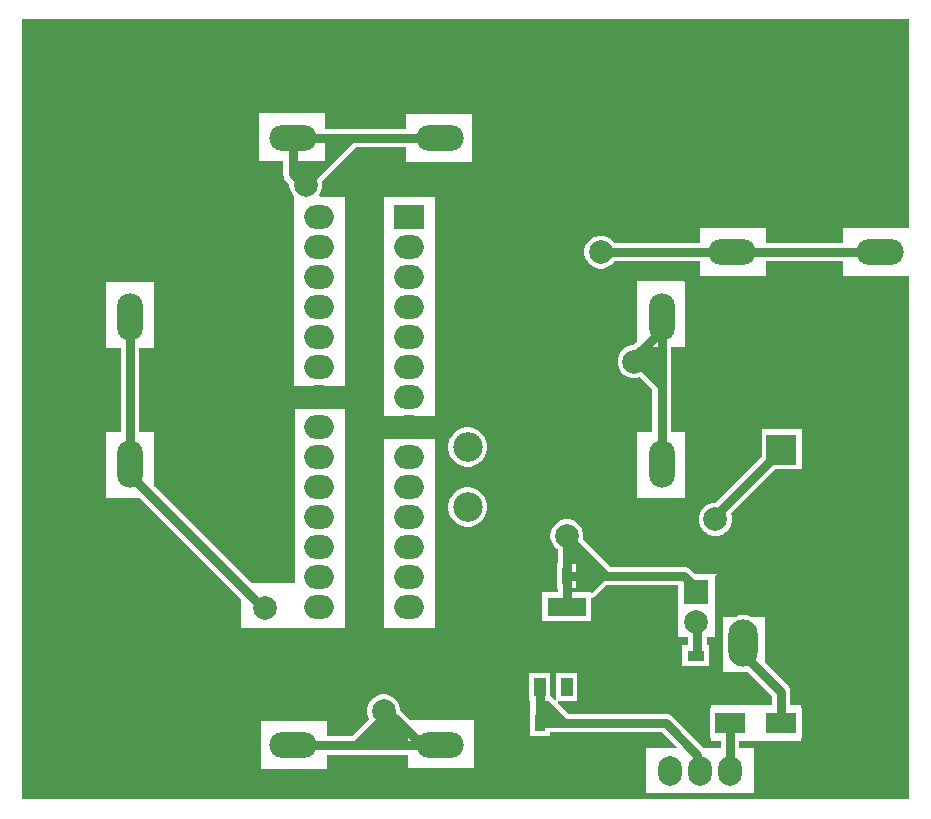
<source format=gbl>
%FSTAX24Y24*%
%MOMM*%
%SFA1B1*%

%IPPOS*%
%ADD10R,1.449997X0.899998*%
%ADD11R,0.899998X1.449997*%
%ADD12C,0.759998*%
%ADD14O,2.199996X3.999992*%
%ADD15C,1.999996*%
%ADD16R,1.999996X1.999996*%
%ADD17O,2.499995X3.999992*%
%ADD18O,3.999992X2.499995*%
%ADD19O,2.499995X1.999996*%
%ADD20R,2.499995X1.999996*%
%ADD21O,3.999992X2.199996*%
%ADD22C,2.499995*%
%ADD23R,2.499995X2.499995*%
%ADD24O,1.999996X2.499995*%
%ADD25C,3.499993*%
%ADD26R,3.299993X1.649997*%
%ADD27R,0.999998X1.649997*%
%ADD28R,2.649995X1.749997*%
%LNpcb-1*%
%LPD*%
G36*
X750599Y483999D02*
X694699D01*
Y471399*
X629899*
Y483999*
X574099*
Y471399*
X501499*
X501099Y472099*
X498499Y474699*
X4953Y476599*
X491799Y477499*
X488099*
X484499Y476599*
X481299Y474699*
X478699Y472099*
X476899Y468899*
X475899Y465399*
Y461699*
X476899Y458099*
X478699Y454899*
X481299Y452299*
X484499Y450499*
X488099Y449499*
X491799*
X4953Y450499*
X498499Y452299*
X501099Y454899*
X501499Y455699*
X574099*
Y443399*
X629899*
Y455599*
X694699*
Y443399*
X750599*
Y0*
X0*
Y6604*
X750599*
Y483999*
G37*
%LNpcb-2*%
%LPC*%
G36*
X256499Y581499D02*
X200599D01*
Y540899*
X220999*
Y529299*
X221299Y527299*
X221599Y526499*
X221999Y525399*
X223299Y523699*
X226199Y520799*
Y518599*
X227199Y515099*
X228999Y511899*
X229299Y511599*
X229899Y510499*
Y350499*
X273099*
Y510499*
X251799*
X251299Y511699*
X251499Y511899*
X253299Y515099*
X254199Y518599*
Y522299*
X253899Y523699*
X282399Y552299*
X325099*
Y539599*
X381*
Y580299*
X325099*
Y567999*
X256499*
Y581499*
G37*
G36*
X349199Y510499D02*
X306099D01*
Y325099*
X349199*
Y510499*
G37*
G36*
X378799Y314999D02*
X375599D01*
X372399Y314299*
X369399Y313099*
X366699Y311299*
X364399Y308999*
X362599Y306299*
X361299Y303299*
X360699Y300099*
Y296799*
X361299Y293599*
X362599Y290599*
X364399Y287899*
X366699Y285599*
X369399Y283799*
X372399Y282599*
X375599Y281899*
X378799*
X381999Y282599*
X384999Y283799*
X387699Y285599*
X389999Y287899*
X391799Y290599*
X393099Y293599*
X3937Y296799*
Y300099*
X393099Y303299*
X391799Y306299*
X389999Y308999*
X387699Y311299*
X384999Y313099*
X381999Y314299*
X378799Y314999*
G37*
G36*
X561299Y439399D02*
X5207D01*
Y387899*
X519599Y386799*
X519099Y386399*
X517499Y384799*
X516299*
X512799Y383899*
X509599Y381999*
X506999Y379399*
X505099Y376199*
X504199Y372699*
Y368999*
X505099Y365399*
X506999Y362199*
X509599Y359599*
X512799Y357799*
X516299Y356799*
X519999*
X522999Y357699*
X533499Y347199*
Y311099*
X5207*
Y255299*
X561299*
Y311099*
X549199*
Y383499*
X561299*
Y439399*
G37*
G36*
X378799Y264199D02*
X375599D01*
X372399Y263499*
X369399Y262299*
X366699Y260499*
X364399Y258199*
X362599Y255499*
X361299Y252499*
X360699Y249299*
Y245999*
X361299Y242799*
X362599Y239799*
X364399Y237099*
X366699Y234799*
X369399Y232999*
X372399Y231799*
X375599Y231099*
X378799*
X381999Y231799*
X384999Y232999*
X387699Y234799*
X389999Y237099*
X391799Y239799*
X393099Y242799*
X3937Y245999*
Y249299*
X393099Y252499*
X391799Y255499*
X389999Y258199*
X387699Y260499*
X384999Y262299*
X381999Y263499*
X378799Y264199*
G37*
G36*
X6604Y313699D02*
X626099D01*
Y290499*
X586799Y251299*
X585099*
X581599Y250299*
X578399Y248499*
X575799Y245899*
X573899Y242699*
X572999Y239099*
Y235399*
X573899Y231899*
X575799Y228699*
X578399Y226099*
X581599Y224199*
X585099Y223299*
X588799*
X592399Y224199*
X595599Y226099*
X598199Y228699*
X599999Y231899*
X600999Y235399*
Y239099*
X600099Y242299*
X637299Y2794*
X6604*
Y313699*
G37*
G36*
X349199Y3048D02*
X306099D01*
Y144799*
X349199*
Y3048*
G37*
G36*
X111899Y438099D02*
X071199D01*
Y382299*
X083499*
Y311099*
X071199*
Y255299*
X099799*
X185399Y169599*
Y144799*
X273099*
Y3302*
X231099*
Y182899*
X194399*
X111899Y265399*
Y311099*
X099199*
Y382299*
X111899*
Y438099*
G37*
G36*
X463099Y237299D02*
X459399D01*
X455799Y236299*
X452599Y234499*
X449999Y231899*
X448199Y228699*
X447199Y225099*
Y221499*
X448199Y217899*
X449999Y214699*
X452599Y212099*
X453399Y211699*
Y200499*
X452699*
Y177999*
X453399*
Y175499*
X440499*
Y150999*
X481499*
Y170199*
X482199Y170799*
X483799Y171099*
X485099Y171999*
X494499Y181399*
X554999*
Y137199*
X563599*
Y130399*
X558999*
Y113399*
X570999*
X5715*
X571999*
X581499*
Y130399*
X579399*
Y137199*
X586699*
Y189199*
X587999Y1905*
X569899*
X565599Y194799*
X563999Y195999*
X562899Y196499*
X562099Y196799*
X560099Y197099*
X498299*
X474999Y220399*
X475199Y221499*
Y225099*
X474299Y228699*
X472399Y231899*
X469799Y234499*
X466599Y236299*
X463099Y237299*
G37*
G36*
X307899Y0889D02*
X304199D01*
X300699Y087999*
X297499Y086099*
X294899Y083499*
X292999Y080299*
X2921Y076799*
Y073099*
X292999Y069499*
X293699Y068299*
X278999Y053699*
X257799*
Y066199*
X201899*
Y025499*
X257799*
Y037899*
X326399*
Y026799*
X382299*
Y067399*
X328499*
X321099Y074899*
X320099Y075599*
Y076799*
X319099Y080299*
X317299Y083499*
X314699Y086099*
X311499Y087999*
X307899Y0889*
G37*
G36*
X610599Y156199D02*
X607299Y155799D01*
X604399Y154899*
X593099*
Y107999*
X614799*
X634699Y087999*
Y079999*
X582899*
Y077499*
X582399*
Y051999*
X582899*
Y049499*
X591599*
Y043199*
X577499*
X577199Y043499*
X550399Y070299*
X548799Y071599*
X546899Y072399*
X544799Y072599*
X462699*
X453499Y081799*
X453999Y082999*
X469999*
Y107499*
X451999*
Y084999*
X450799Y084499*
X448699Y086699*
X447299Y087599*
X447099*
Y107499*
X429099*
Y082999*
X430299*
Y075999*
X429699*
Y053499*
X446699*
Y056899*
X541599*
X554099Y044399*
X553599Y043199*
X528299*
Y005099*
X619799*
Y043199*
X607299*
Y049499*
X659099*
Y051999*
X659899*
Y077499*
X659099*
Y079999*
X650499*
Y091299*
X650199Y093299*
X649399Y095199*
X648199Y096899*
X628699Y116399*
Y154899*
X616799*
X613799Y155799*
X610599Y156199*
G37*
%LNpcb-3*%
%LPD*%
G36*
X283299Y558899D02*
X2413Y516899D01*
X2286Y529599*
Y540899*
X256499*
Y560099*
X282799*
X283299Y558899*
G37*
G36*
X540999Y347099D02*
X539799Y346599D01*
X512399Y373999*
X521999Y383499*
X540999*
Y347099*
G37*
G36*
X498499Y191099D02*
X482199Y174899D01*
X481299Y175299*
X460999*
Y178199*
X461199Y178399*
Y179099*
X468599*
Y199399*
X460999*
Y214199*
X461199Y214299*
Y226699*
X462399Y227199*
X498499Y191099*
G37*
G36*
X326399Y056899D02*
Y046999D01*
X279799*
X279299Y048199*
X306099Y074899*
X326399Y056899*
G37*
G36*
X463599Y065899D02*
X463199Y064799D01*
X438099*
Y083799*
X445799*
X463599Y065899*
G37*
G54D10*
X570199Y121899D03*
Y103899D03*
G54D11*
X443199Y189199D03*
X461199D03*
X420099Y064799D03*
X438099D03*
G54D12*
X439799Y185799D02*
X442499D01*
X421599Y129499D02*
Y167599D01*
X442499Y185799D02*
X443199Y186499D01*
X421599Y167599D02*
X439799Y185799D01*
X443199Y186499D02*
Y189199D01*
X228899Y610899D02*
X353899D01*
X724799Y413999D02*
X726099Y412699D01*
X6604Y415299D02*
X661699Y413999D01*
X602399D02*
X659099D01*
X661699D02*
X724799D01*
X601099Y412699D02*
X602399Y413999D01*
X659099D02*
X6604Y415299D01*
X219899Y610899D02*
X228899D01*
X069899Y460899D02*
X219899Y610899D01*
X069899Y445799D02*
Y460899D01*
X490599Y254699D02*
Y283799D01*
Y254699D02*
X510799Y234499D01*
X567499Y103899D02*
X570199D01*
X483899Y095199D02*
X5588D01*
X567499Y103899*
X421599Y129499D02*
X468599D01*
X388699Y096599D02*
X421599Y129499D01*
X468599D02*
X483899Y1143D01*
Y095199D02*
Y1143D01*
X388699Y096599D02*
X391099D01*
X353899D02*
X388699D01*
X391099D02*
X420099Y067499D01*
Y064799D02*
Y067499D01*
X228899Y096599D02*
X353899D01*
X338999Y045799D02*
X344899D01*
X338999D02*
Y047699D01*
X335699Y051099D02*
X338999Y047699D01*
X314999Y069299D02*
X315499D01*
X309399Y074899D02*
X314999Y069299D01*
X228899Y045799D02*
X338999D01*
X306099Y074899D02*
X309399D01*
X333699Y051099D02*
X335699D01*
X315499Y069299D02*
X333699Y051099D01*
X344899Y045799D02*
X353899D01*
X040599Y275299D02*
X219299Y096599D01*
X228899*
X040599Y275299D02*
Y283799D01*
Y408799*
X069899Y445799D02*
X137199D01*
X040599Y408799D02*
Y416499D01*
X069899Y445799*
X610599Y123399D02*
X642599Y091299D01*
Y071099D02*
Y091299D01*
X599399Y064599D02*
X599599Y064799D01*
X599399Y024099D02*
Y064599D01*
X490599Y417799D02*
X515999Y443199D01*
X561599D02*
X592099Y412699D01*
X515999Y443199D02*
X561599D01*
X490599Y408799D02*
Y417799D01*
X592099Y412699D02*
X601099D01*
X716399Y295899D02*
Y405999D01*
X643899Y209499D02*
Y223399D01*
X716399Y295899*
X643699Y209399D02*
X643899Y209499D01*
X657499Y145199D02*
X660299D01*
X670599Y132199D02*
Y134899D01*
X660299Y145199D02*
X670599Y134899D01*
X648999Y153699D02*
X657499Y145199D01*
X643599Y159099D02*
X648999Y153699D01*
X643599Y159099D02*
Y183099D01*
X490599Y283799D02*
Y408799D01*
X542299Y398299D02*
Y400299D01*
X541399Y283799D02*
Y398299D01*
Y408799*
X518199Y374199D02*
X542299Y398299D01*
X518199Y370799D02*
Y374199D01*
X391399Y272599D02*
X393799Y274899D01*
X483899*
X610599Y123399D02*
Y132099D01*
X643699Y183199D02*
Y209399D01*
X643599Y183099D02*
X643699Y183199D01*
X5715Y121199D02*
Y151199D01*
X642599Y064799D02*
X647099D01*
X586999Y237299D02*
Y240199D01*
X642599Y295899*
X228899Y529299D02*
Y560099D01*
Y529299D02*
X238999Y519199D01*
X601099Y463499D02*
X726099D01*
X491499D02*
X600999D01*
X327699Y365799D02*
X329499Y367599D01*
X091399Y274799D02*
X204899Y161299D01*
X091399Y283799D02*
Y408799D01*
X228899Y560099D02*
X353899D01*
X375299Y295499D02*
X375599Y295199D01*
X374199Y295499D02*
X375299D01*
X376399Y247599D02*
X377199D01*
X373899Y295099D02*
X374199Y295499D01*
X377199Y298399*
X571699Y025199D02*
X573999Y022899D01*
X544799Y064799D02*
X571699Y037899D01*
X438099Y064799D02*
X544799D01*
X571699Y025199D02*
Y037899D01*
X460999Y161999D02*
X461199Y162199D01*
Y189199D02*
Y223299D01*
Y189199D02*
X560099D01*
X5715Y1778*
X461199Y162199D02*
Y189199D01*
X438099Y064799D02*
Y093999D01*
G54D14*
X490599Y283799D03*
Y408799D03*
X541399Y283799D03*
Y408799D03*
X040599Y283799D03*
Y408799D03*
X091399Y283799D03*
Y408799D03*
G54D15*
X570199Y149899D03*
X291599Y610099D03*
X6604Y415299D03*
X510799Y234499D03*
X306099Y074899D03*
X137199Y445799D03*
X518199Y370799D03*
X391399Y272599D03*
X586999Y237299D03*
X489899Y463499D03*
X240199Y520499D03*
X461199Y223299D03*
X205999Y162299D03*
G54D16*
X570199Y175299D03*
G54D17*
X610599Y132099D03*
X670599D03*
G54D18*
X643599Y183099D03*
G54D19*
X251499Y492799D03*
Y467399D03*
Y441999D03*
Y416599D03*
Y391199D03*
Y365799D03*
Y340399D03*
Y314999D03*
Y289599D03*
Y264199D03*
Y238799D03*
Y213399D03*
Y187999D03*
Y162599D03*
X327699D03*
Y187999D03*
Y213399D03*
Y238799D03*
Y264199D03*
Y289599D03*
Y314999D03*
Y340399D03*
Y365799D03*
Y391199D03*
Y416599D03*
Y441999D03*
Y467399D03*
G54D20*
X327699Y492799D03*
G54D21*
X353899Y045799D03*
X228899D03*
X353899Y096599D03*
X228899D03*
X601099Y463499D03*
X726099D03*
X601099Y412699D03*
X726099D03*
X228899Y610899D03*
X353899D03*
X228899Y560099D03*
X353899D03*
G54D22*
X377199Y298399D03*
Y247599D03*
X716399Y295899D03*
G54D23*
X642599Y295899D03*
G54D24*
X599399Y024099D03*
X573999D03*
X548599D03*
G54D25*
X709999Y039999D03*
X039999D03*
Y619999D03*
X709999D03*
G54D26*
X460999Y163299D03*
G54D27*
X438099Y095199D03*
X460999D03*
X483899D03*
G54D28*
X642599Y064799D03*
X599599D03*
M02*
</source>
